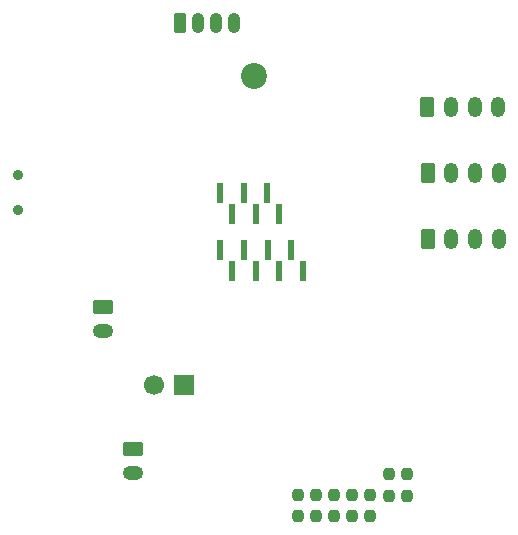
<source format=gbr>
%TF.GenerationSoftware,KiCad,Pcbnew,9.0.4*%
%TF.CreationDate,2025-10-03T18:09:38+02:00*%
%TF.ProjectId,LoraHarvesterBox,4c6f7261-4861-4727-9665-73746572426f,rev?*%
%TF.SameCoordinates,Original*%
%TF.FileFunction,Soldermask,Bot*%
%TF.FilePolarity,Negative*%
%FSLAX46Y46*%
G04 Gerber Fmt 4.6, Leading zero omitted, Abs format (unit mm)*
G04 Created by KiCad (PCBNEW 9.0.4) date 2025-10-03 18:09:38*
%MOMM*%
%LPD*%
G01*
G04 APERTURE LIST*
G04 Aperture macros list*
%AMRoundRect*
0 Rectangle with rounded corners*
0 $1 Rounding radius*
0 $2 $3 $4 $5 $6 $7 $8 $9 X,Y pos of 4 corners*
0 Add a 4 corners polygon primitive as box body*
4,1,4,$2,$3,$4,$5,$6,$7,$8,$9,$2,$3,0*
0 Add four circle primitives for the rounded corners*
1,1,$1+$1,$2,$3*
1,1,$1+$1,$4,$5*
1,1,$1+$1,$6,$7*
1,1,$1+$1,$8,$9*
0 Add four rect primitives between the rounded corners*
20,1,$1+$1,$2,$3,$4,$5,0*
20,1,$1+$1,$4,$5,$6,$7,0*
20,1,$1+$1,$6,$7,$8,$9,0*
20,1,$1+$1,$8,$9,$2,$3,0*%
G04 Aperture macros list end*
%ADD10RoundRect,0.250000X-0.350000X-0.625000X0.350000X-0.625000X0.350000X0.625000X-0.350000X0.625000X0*%
%ADD11O,1.200000X1.750000*%
%ADD12R,1.700000X1.700000*%
%ADD13C,1.700000*%
%ADD14RoundRect,0.250000X-0.625000X0.350000X-0.625000X-0.350000X0.625000X-0.350000X0.625000X0.350000X0*%
%ADD15O,1.750000X1.200000*%
%ADD16C,0.900000*%
%ADD17RoundRect,0.250000X-0.265000X-0.615000X0.265000X-0.615000X0.265000X0.615000X-0.265000X0.615000X0*%
%ADD18O,1.030000X1.730000*%
%ADD19C,2.200000*%
%ADD20RoundRect,0.237500X-0.237500X0.250000X-0.237500X-0.250000X0.237500X-0.250000X0.237500X0.250000X0*%
%ADD21R,0.600000X1.750000*%
%ADD22RoundRect,0.237500X0.237500X-0.250000X0.237500X0.250000X-0.237500X0.250000X-0.237500X-0.250000X0*%
G04 APERTURE END LIST*
D10*
%TO.C,J5*%
X139240000Y-69560000D03*
D11*
X141240000Y-69560000D03*
X143240000Y-69560000D03*
X145240000Y-69560000D03*
%TD*%
D10*
%TO.C,J4*%
X139200000Y-63930000D03*
D11*
X141200000Y-63930000D03*
X143200000Y-63930000D03*
X145200000Y-63930000D03*
%TD*%
D12*
%TO.C,J3*%
X118590000Y-87490000D03*
D13*
X116050000Y-87490000D03*
%TD*%
D14*
%TO.C,J1*%
X114300000Y-92960000D03*
D15*
X114300000Y-94960000D03*
%TD*%
D16*
%TO.C,SW1*%
X104520000Y-69700000D03*
X104520000Y-72700000D03*
%TD*%
D17*
%TO.C,J7*%
X118300000Y-56820000D03*
D18*
X119800000Y-56820000D03*
X121300000Y-56820000D03*
X122800000Y-56820000D03*
%TD*%
D14*
%TO.C,J2*%
X111710000Y-80890000D03*
D15*
X111710000Y-82890000D03*
%TD*%
D10*
%TO.C,J6*%
X139250000Y-75140000D03*
D11*
X141250000Y-75140000D03*
X143250000Y-75140000D03*
X145250000Y-75140000D03*
%TD*%
D19*
%TO.C,H1*%
X124500000Y-61350000D03*
%TD*%
D20*
%TO.C,ROK1*%
X131270000Y-96807500D03*
X131270000Y-98632500D03*
%TD*%
%TO.C,ROK2*%
X132800000Y-96800000D03*
X132800000Y-98625000D03*
%TD*%
D21*
%TO.C,J8*%
X121660000Y-71250000D03*
X122660000Y-73000000D03*
X123660000Y-71250000D03*
X124660000Y-73000000D03*
X125660000Y-71250000D03*
X126660000Y-73000000D03*
%TD*%
D20*
%TO.C,ROV1*%
X128220000Y-96810000D03*
X128220000Y-98635000D03*
%TD*%
D22*
%TO.C,ROUT1*%
X137520000Y-96887500D03*
X137520000Y-95062500D03*
%TD*%
D20*
%TO.C,ROK3*%
X134340000Y-96797500D03*
X134340000Y-98622500D03*
%TD*%
%TO.C,ROV2*%
X129740000Y-96807500D03*
X129740000Y-98632500D03*
%TD*%
D21*
%TO.C,J9*%
X121680000Y-76110000D03*
X122680000Y-77860000D03*
X123680000Y-76110000D03*
X124680000Y-77860000D03*
X125680000Y-76110000D03*
X126680000Y-77860000D03*
X127680000Y-76110000D03*
X128680000Y-77860000D03*
%TD*%
D22*
%TO.C,ROUT2*%
X136000000Y-96890000D03*
X136000000Y-95065000D03*
%TD*%
M02*

</source>
